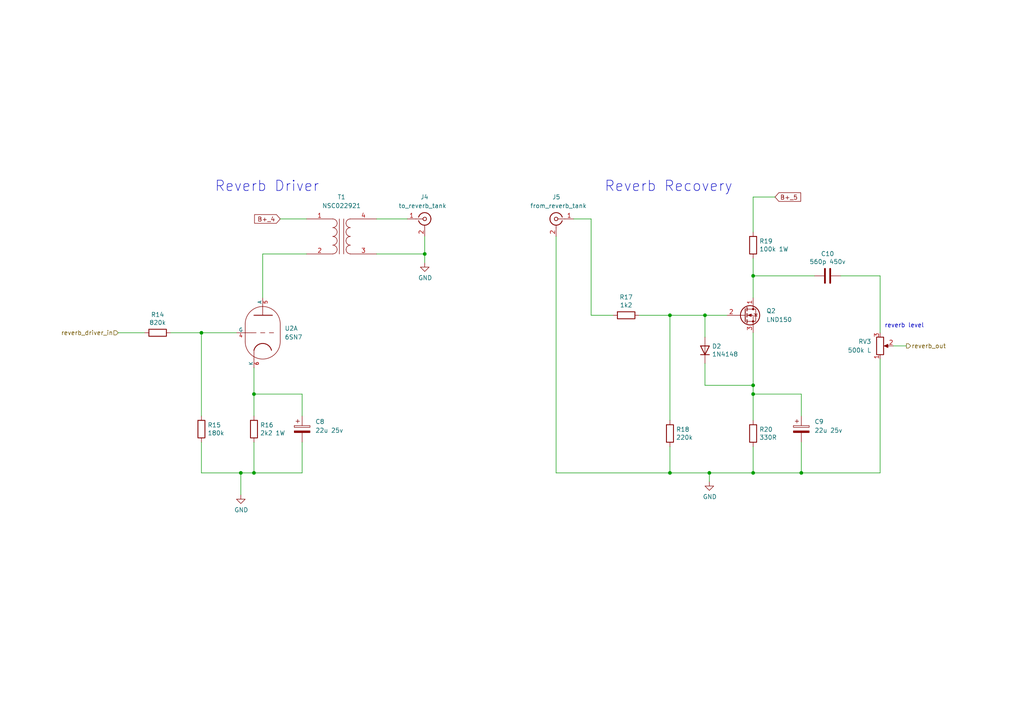
<source format=kicad_sch>
(kicad_sch (version 20211123) (generator eeschema)
  (paper "A4")
  (title_block (title "A200 12 watt class AB tube amp") (date "2021-12-26") (rev "0") (comment 1 "creativecommons.org/licenses/by/4.0/") (comment 2 "License: CC by 4.0") (comment 3 "Author: Jordan Aceto"))
  (lib_symbols
    (symbol "Connector:Conn_Coaxial" (pin_names (offset 1.016) hide)
      (property "Reference" "J" (at 0.254 3.048 0))
      (property "Value" "Conn_Coaxial" (at 2.921 0 90))
      (symbol "Conn_Coaxial_0_1"
        (arc (start -1.778 -0.508) (mid 0.222 -1.808) (end 1.778 0) (stroke (width 0.254)))
        (polyline (pts (xy -2.54 0) (xy -0.508 0)))
        (polyline (pts (xy 0 -2.54) (xy 0 -1.778)))
        (circle (center 0 0) (radius 0.508) (stroke (width 0.2032)))
        (arc (start 1.778 0) (mid 0.222 1.8083) (end -1.778 0.508) (stroke (width 0.254)))
      )
      (symbol "Conn_Coaxial_1_1"
        (pin passive line (at -5.08 0 0) (length 2.54) (name "In") (number "1"))
        (pin passive line (at 0 -5.08 90) (length 2.54) (name "Ext") (number "2"))
      )
    )
    (symbol "Device:C" (pin_numbers hide) (pin_names (offset 0.254))
      (property "Reference" "C" (at 0.635 2.54 0))
      (property "Value" "C" (at 0.635 -2.54 0))
      (symbol "C_0_1"
        (polyline (pts (xy -2.032 -0.762) (xy 2.032 -0.762)) (stroke (width 0.508)))
        (polyline (pts (xy -2.032 0.762) (xy 2.032 0.762)) (stroke (width 0.508)))
      )
      (symbol "C_1_1"
        (pin passive line (at 0 3.81 270) (length 2.794) (name "~") (number "1"))
        (pin passive line (at 0 -3.81 90) (length 2.794) (name "~") (number "2"))
      )
    )
    (symbol "Device:C_Polarized" (pin_numbers hide) (pin_names (offset 0.254))
      (property "Reference" "C" (at 0.635 2.54 0))
      (property "Value" "C_Polarized" (at 0.635 -2.54 0))
      (symbol "C_Polarized_0_1"
        (rectangle (start -2.286 0.508) (end 2.286 1.016))
        (polyline (pts (xy -1.778 2.286) (xy -0.762 2.286)))
        (polyline (pts (xy -1.27 2.794) (xy -1.27 1.778)))
        (rectangle (start 2.286 -0.508) (end -2.286 -1.016) (fill (type outline)))
      )
      (symbol "C_Polarized_1_1"
        (pin passive line (at 0 3.81 270) (length 2.794) (name "~") (number "1"))
        (pin passive line (at 0 -3.81 90) (length 2.794) (name "~") (number "2"))
      )
    )
    (symbol "Device:R" (pin_numbers hide) (pin_names (offset 0))
      (property "Reference" "R" (at 2.032 0 90))
      (property "Value" "R" (at 0 0 90))
      (symbol "R_0_1"
        (rectangle (start -1.016 -2.54) (end 1.016 2.54) (stroke (width 0.254)))
      )
      (symbol "R_1_1"
        (pin passive line (at 0 3.81 270) (length 1.27) (name "~") (number "1"))
        (pin passive line (at 0 -3.81 90) (length 1.27) (name "~") (number "2"))
      )
    )
    (symbol "Device:R_Potentiometer" (pin_names (offset 1.016) hide)
      (property "Reference" "RV" (at -4.445 0 90))
      (property "Value" "R_Potentiometer" (at -2.54 0 90))
      (symbol "R_Potentiometer_0_1"
        (polyline (pts (xy 2.54 0) (xy 1.524 0)))
        (polyline (pts (xy 1.143 0) (xy 2.286 0.508) (xy 2.286 -0.508) (xy 1.143 0)) (fill (type outline)))
        (rectangle (start 1.016 2.54) (end -1.016 -2.54) (stroke (width 0.254)))
      )
      (symbol "R_Potentiometer_1_1"
        (pin passive line (at 0 3.81 270) (length 1.27) (name "1") (number "1"))
        (pin passive line (at 3.81 0 180) (length 1.27) (name "2") (number "2"))
        (pin passive line (at 0 -3.81 90) (length 1.27) (name "3") (number "3"))
      )
    )
    (symbol "Device:Transformer_1P_1S" (pin_names (offset 1.016) hide)
      (property "Reference" "T" (at 0 6.35 0))
      (property "Value" "Transformer_1P_1S" (at 0 -7.62 0))
      (symbol "Transformer_1P_1S_0_1"
        (arc (start -2.54 -5.0546) (mid -1.6561 -4.6863) (end -1.27 -3.81))
        (arc (start -2.54 -2.5146) (mid -1.6561 -2.1463) (end -1.27 -1.27))
        (arc (start -2.54 0.0254) (mid -1.6561 0.3937) (end -1.27 1.27))
        (arc (start -2.54 2.5654) (mid -1.6561 2.9337) (end -1.27 3.81))
        (arc (start -1.27 -3.81) (mid -1.642 -2.912) (end -2.54 -2.54))
        (arc (start -1.27 -1.27) (mid -1.642 -0.372) (end -2.54 0))
        (arc (start -1.27 1.27) (mid -1.642 2.168) (end -2.54 2.54))
        (arc (start -1.27 3.81) (mid -1.642 4.708) (end -2.54 5.08))
        (polyline (pts (xy -0.635 5.08) (xy -0.635 -5.08)))
        (polyline (pts (xy 0.635 -5.08) (xy 0.635 5.08)))
        (arc (start 1.2954 -1.27) (mid 1.6599 -2.1501) (end 2.54 -2.5146))
        (arc (start 1.2954 1.27) (mid 1.6599 0.3899) (end 2.54 0.0254))
        (arc (start 1.2954 3.81) (mid 1.6599 2.9299) (end 2.54 2.5654))
        (arc (start 1.3208 -3.81) (mid 1.6853 -4.6901) (end 2.5654 -5.0546))
        (arc (start 2.54 0) (mid 1.6456 -0.3683) (end 1.2954 -1.27))
        (arc (start 2.54 2.54) (mid 1.6456 2.1717) (end 1.2954 1.27))
        (arc (start 2.54 5.08) (mid 1.6456 4.7117) (end 1.2954 3.81))
        (arc (start 2.5654 -2.54) (mid 1.671 -2.9083) (end 1.3208 -3.81))
      )
      (symbol "Transformer_1P_1S_1_1"
        (pin passive line (at -10.16 5.08 0) (length 7.62) (name "AA") (number "1"))
        (pin passive line (at -10.16 -5.08 0) (length 7.62) (name "AB") (number "2"))
        (pin passive line (at 10.16 -5.08 180) (length 7.62) (name "SA") (number "3"))
        (pin passive line (at 10.16 5.08 180) (length 7.62) (name "SB") (number "4"))
      )
    )
    (symbol "Diode:1N4148" (pin_numbers hide) (pin_names (offset 1.016) hide)
      (property "Reference" "D" (at 0 2.54 0))
      (property "Value" "1N4148" (at 0 -2.54 0))
      (symbol "1N4148_0_1"
        (polyline (pts (xy -1.27 1.27) (xy -1.27 -1.27)) (stroke (width 0.254)))
        (polyline (pts (xy 1.27 0) (xy -1.27 0)))
        (polyline (pts (xy 1.27 1.27) (xy 1.27 -1.27) (xy -1.27 0) (xy 1.27 1.27)) (stroke (width 0.254)))
      )
      (symbol "1N4148_1_1"
        (pin passive line (at -3.81 0 0) (length 2.54) (name "K") (number "1"))
        (pin passive line (at 3.81 0 180) (length 2.54) (name "A") (number "2"))
      )
    )
    (symbol "Transistor_FET:BSB008NE2LX" (pin_names hide)
      (property "Reference" "Q" (at 5.08 1.905 0))
      (property "Value" "BSB008NE2LX" (at 5.08 0 0))
      (symbol "BSB008NE2LX_0_1"
        (polyline (pts (xy 0.254 0) (xy -2.54 0)))
        (polyline (pts (xy 0.254 1.905) (xy 0.254 -1.905)) (stroke (width 0.254)))
        (polyline (pts (xy 0.762 -1.27) (xy 0.762 -2.286)) (stroke (width 0.254)))
        (polyline (pts (xy 0.762 0.508) (xy 0.762 -0.508)) (stroke (width 0.254)))
        (polyline (pts (xy 0.762 2.286) (xy 0.762 1.27)) (stroke (width 0.254)))
        (polyline (pts (xy 2.54 2.54) (xy 2.54 1.778)))
        (polyline (pts (xy 2.54 -2.54) (xy 2.54 0) (xy 0.762 0)))
        (polyline (pts (xy 0.762 -1.778) (xy 3.302 -1.778) (xy 3.302 1.778) (xy 0.762 1.778)))
        (polyline (pts (xy 1.016 0) (xy 2.032 0.381) (xy 2.032 -0.381) (xy 1.016 0)) (fill (type outline)))
        (polyline (pts (xy 2.794 0.508) (xy 2.921 0.381) (xy 3.683 0.381) (xy 3.81 0.254)))
        (polyline (pts (xy 3.302 0.381) (xy 2.921 -0.254) (xy 3.683 -0.254) (xy 3.302 0.381)))
        (circle (center 1.651 0) (radius 2.794) (stroke (width 0.254)))
        (circle (center 2.54 -1.778) (radius 0.254) (fill (type outline)))
        (circle (center 2.54 1.778) (radius 0.254) (fill (type outline)))
      )
      (symbol "BSB008NE2LX_1_1"
        (pin passive line (at 2.54 5.08 270) (length 2.54) (name "D") (number "1"))
        (pin input line (at -5.08 0 0) (length 2.54) (name "G") (number "2"))
        (pin passive line (at 2.54 -5.08 90) (length 2.54) (name "S") (number "3"))
      )
    )
    (symbol "custom_symbols:6SN7" (pin_names (offset 0))
      (property "Reference" "U" (at 3.302 7.874 0))
      (property "Value" "6SN7" (at 8.89 -7.62 0))
      (symbol "6SN7_0_1"
        (arc (start -5.08 -2.54) (mid 0 -7.62) (end 5.08 -2.54))
        (polyline (pts (xy 5.08 2.54) (xy 5.08 -2.54)))
        (polyline (pts (xy -5.08 2.54) (xy -5.08 -2.54) (xy -5.08 -2.54)))
        (arc (start 5.08 2.54) (mid 0 7.62) (end -5.08 2.54))
      )
      (symbol "6SN7_1_0"
        (polyline (pts (xy -2.54 -5.08) (xy -2.54 -7.62)))
        (polyline (pts (xy 0 5.08) (xy 0 7.62)))
      )
      (symbol "6SN7_1_1"
        (polyline (pts (xy -5.08 0) (xy -3.175 0)))
        (polyline (pts (xy -1.905 0) (xy -3.175 0)) (stroke (width 0.1524)))
        (polyline (pts (xy -0.635 0) (xy 0.635 0)) (stroke (width 0.1524)))
        (polyline (pts (xy 1.905 0) (xy 3.175 0)) (stroke (width 0.1524)))
        (polyline (pts (xy -2.54 5.08) (xy 2.794 5.08) (xy 2.794 5.08)) (stroke (width 0.254)))
        (arc (start 2.54 -5.08) (mid 0 -3.0968) (end -2.54 -5.08) (stroke (width 0.254)))
        (pin input line (at -7.62 0 0) (length 2.54) (name "G") (number "4"))
        (pin output line (at 0 10.16 270) (length 2.54) (name "A") (number "5"))
        (pin bidirectional line (at -2.54 -10.16 90) (length 2.54) (name "K") (number "6"))
      )
      (symbol "6SN7_2_0"
        (polyline (pts (xy -2.54 -5.08) (xy -2.54 -7.62)))
        (polyline (pts (xy 0 5.08) (xy 0 7.62)))
      )
      (symbol "6SN7_2_1"
        (polyline (pts (xy -5.08 0) (xy -3.175 0)))
        (polyline (pts (xy -1.905 0) (xy -3.175 0)) (stroke (width 0.1524)))
        (polyline (pts (xy -0.635 0) (xy 0.635 0)) (stroke (width 0.1524)))
        (polyline (pts (xy 1.905 0) (xy 3.175 0)) (stroke (width 0.1524)))
        (polyline (pts (xy -2.54 5.08) (xy 2.794 5.08) (xy 2.794 5.08)) (stroke (width 0.254)))
        (arc (start 2.54 -5.08) (mid 0 -3.0968) (end -2.54 -5.08) (stroke (width 0.254)))
        (pin input line (at -7.62 0 0) (length 2.54) (name "G") (number "1"))
        (pin output line (at 0 10.16 270) (length 2.54) (name "A") (number "2"))
        (pin bidirectional line (at -2.54 -10.16 90) (length 2.54) (name "K") (number "3"))
      )
      (symbol "6SN7_3_1"
        (arc (start 1.27 -6.35) (mid 0 -5.5651) (end -1.27 -6.35))
        (pin passive line (at -1.27 -11.43 90) (length 5.08) (name "F1") (number "7"))
        (pin passive line (at 1.27 -11.43 90) (length 5.08) (name "F2") (number "8"))
      )
    )
    (symbol "power:GND" (power) (pin_names (offset 0))
      (property "Value" "GND" (at 0 -3.81 0))
      (symbol "GND_0_1"
        (polyline (pts (xy 0 0) (xy 0 -1.27) (xy 1.27 -1.27) (xy 0 -2.54) (xy -1.27 -1.27) (xy 0 -1.27)))
      )
      (symbol "GND_1_1"
        (pin power_in line (at 0 0 270) (length 0) hide (name "GND") (number "1"))
      )
    )
  )
  (junction (at 73.66 137.16))
  (junction (at 123.19 73.66))
  (junction (at 58.42 96.52))
  (junction (at 232.41 137.16))
  (junction (at 194.31 137.16))
  (junction (at 73.66 114.3))
  (junction (at 69.85 137.16))
  (junction (at 194.31 91.44))
  (junction (at 218.44 80.01))
  (junction (at 204.47 91.44))
  (junction (at 205.74 137.16))
  (junction (at 218.44 137.16))
  (junction (at 218.44 111.76))
  (junction (at 218.44 114.3))
  (wire (pts (xy 73.66 137.16) (xy 87.63 137.16)))
  (wire (pts (xy 185.42 91.44) (xy 194.31 91.44)))
  (wire (pts (xy 118.11 63.5) (xy 109.22 63.5)))
  (wire (pts (xy 87.63 120.65) (xy 87.63 114.3)))
  (wire (pts (xy 232.41 120.65) (xy 232.41 114.3)))
  (wire (pts (xy 49.53 96.52) (xy 58.42 96.52)))
  (wire (pts (xy 123.19 73.66) (xy 123.19 68.58)))
  (wire (pts (xy 204.47 97.79) (xy 204.47 91.44)))
  (wire (pts (xy 34.29 96.52) (xy 41.91 96.52)))
  (wire (pts (xy 205.74 137.16) (xy 205.74 139.7)))
  (wire (pts (xy 171.45 91.44) (xy 177.8 91.44)))
  (wire (pts (xy 161.29 137.16) (xy 194.31 137.16)))
  (wire (pts (xy 259.08 100.33) (xy 262.89 100.33)))
  (wire (pts (xy 218.44 57.15) (xy 218.44 67.31)))
  (wire (pts (xy 58.42 120.65) (xy 58.42 96.52)))
  (wire (pts (xy 171.45 63.5) (xy 171.45 91.44)))
  (wire (pts (xy 194.31 129.54) (xy 194.31 137.16)))
  (wire (pts (xy 58.42 128.27) (xy 58.42 137.16)))
  (wire (pts (xy 76.2 73.66) (xy 88.9 73.66)))
  (wire (pts (xy 69.85 143.51) (xy 69.85 137.16)))
  (wire (pts (xy 232.41 137.16) (xy 232.41 128.27)))
  (wire (pts (xy 255.27 137.16) (xy 232.41 137.16)))
  (wire (pts (xy 218.44 111.76) (xy 218.44 96.52)))
  (wire (pts (xy 58.42 96.52) (xy 68.58 96.52)))
  (wire (pts (xy 73.66 128.27) (xy 73.66 137.16)))
  (wire (pts (xy 194.31 137.16) (xy 205.74 137.16)))
  (wire (pts (xy 166.37 63.5) (xy 171.45 63.5)))
  (wire (pts (xy 218.44 114.3) (xy 218.44 111.76)))
  (wire (pts (xy 69.85 137.16) (xy 73.66 137.16)))
  (wire (pts (xy 204.47 111.76) (xy 218.44 111.76)))
  (wire (pts (xy 218.44 74.93) (xy 218.44 80.01)))
  (wire (pts (xy 255.27 96.52) (xy 255.27 80.01)))
  (wire (pts (xy 58.42 137.16) (xy 69.85 137.16)))
  (wire (pts (xy 224.79 57.15) (xy 218.44 57.15)))
  (wire (pts (xy 123.19 73.66) (xy 123.19 76.2)))
  (wire (pts (xy 194.31 121.92) (xy 194.31 91.44)))
  (wire (pts (xy 236.22 80.01) (xy 218.44 80.01)))
  (wire (pts (xy 73.66 106.68) (xy 73.66 114.3)))
  (wire (pts (xy 81.28 63.5) (xy 88.9 63.5)))
  (wire (pts (xy 161.29 68.58) (xy 161.29 137.16)))
  (wire (pts (xy 218.44 80.01) (xy 218.44 86.36)))
  (wire (pts (xy 204.47 91.44) (xy 210.82 91.44)))
  (wire (pts (xy 109.22 73.66) (xy 123.19 73.66)))
  (wire (pts (xy 87.63 114.3) (xy 73.66 114.3)))
  (wire (pts (xy 76.2 86.36) (xy 76.2 73.66)))
  (wire (pts (xy 218.44 121.92) (xy 218.44 114.3)))
  (wire (pts (xy 87.63 137.16) (xy 87.63 128.27)))
  (wire (pts (xy 218.44 129.54) (xy 218.44 137.16)))
  (wire (pts (xy 218.44 137.16) (xy 232.41 137.16)))
  (wire (pts (xy 255.27 80.01) (xy 243.84 80.01)))
  (wire (pts (xy 194.31 91.44) (xy 204.47 91.44)))
  (wire (pts (xy 73.66 114.3) (xy 73.66 120.65)))
  (wire (pts (xy 255.27 104.14) (xy 255.27 137.16)))
  (wire (pts (xy 205.74 137.16) (xy 218.44 137.16)))
  (wire (pts (xy 204.47 105.41) (xy 204.47 111.76)))
  (wire (pts (xy 232.41 114.3) (xy 218.44 114.3)))
  (text "Reverb Recovery" (at 175.26 55.88 0) (effects (font (size 2.9972 2.9972)) (justify left bottom)))
  (text "reverb level" (at 256.54 95.25 0) (effects (font (size 1.27 1.27)) (justify left bottom)))
  (text "Reverb Driver" (at 62.23 55.88 0) (effects (font (size 2.9972 2.9972)) (justify left bottom)))
  (global_label "B+_5" (shape input) (at 224.79 57.15 0) (property "Intersheet References" "${INTERSHEET_REFS}" (effects hide)))
  (global_label "B+_4" (shape input) (at 81.28 63.5 180) (property "Intersheet References" "${INTERSHEET_REFS}" (effects hide)))
  (hierarchical_label "reverb_driver_in" (shape input) (at 34.29 96.52 180))
  (hierarchical_label "reverb_out" (shape output) (at 262.89 100.33 0))
  (symbol (lib_id "power:GND") (at 123.19 76.2 0) (unit 1)
    (property "Reference" "#PWR08" (effects hide))
    (property "Value" "GND" (at 123.317 80.5942 0))
  )
  (symbol (lib_id "Device:Transformer_1P_1S") (at 99.06 68.58 0) (unit 1)
    (property "Reference" "T1" (at 99.06 57.15 0))
    (property "Value" "NSC022921" (at 99.06 59.69 0))
  )
  (symbol (lib_id "Device:R") (at 73.66 124.46 0) (unit 1)
    (property "Reference" "R16" (at 75.438 123.2916 0) (effects (justify left)))
    (property "Value" "2k2 1W" (at 75.438 125.603 0) (effects (justify left)))
  )
  (symbol (lib_id "Device:R") (at 58.42 124.46 0) (unit 1)
    (property "Reference" "R15" (at 60.198 123.2916 0) (effects (justify left)))
    (property "Value" "180k" (at 60.198 125.603 0) (effects (justify left)))
  )
  (symbol (lib_id "power:GND") (at 69.85 143.51 0) (unit 1)
    (property "Reference" "#PWR07" (effects hide))
    (property "Value" "GND" (at 69.977 147.9042 0))
  )
  (symbol (lib_id "Device:R") (at 45.72 96.52 270) (unit 1)
    (property "Reference" "R14" (at 45.72 91.2622 90))
    (property "Value" "820k" (at 45.72 93.5736 90))
  )
  (symbol (lib_id "Device:R") (at 218.44 71.12 0) (unit 1)
    (property "Reference" "R19" (at 220.218 69.9516 0) (effects (justify left)))
    (property "Value" "100k 1W" (at 220.218 72.263 0) (effects (justify left)))
  )
  (symbol (lib_id "Device:R") (at 218.44 125.73 0) (unit 1)
    (property "Reference" "R20" (at 220.218 124.5616 0) (effects (justify left)))
    (property "Value" "330R" (at 220.218 126.873 0) (effects (justify left)))
  )
  (symbol (lib_id "Device:R") (at 181.61 91.44 270) (unit 1)
    (property "Reference" "R17" (at 181.61 86.1822 90))
    (property "Value" "1k2" (at 181.61 88.4936 90))
  )
  (symbol (lib_id "Diode:1N4148") (at 204.47 101.6 90) (unit 1)
    (property "Reference" "D2" (at 206.502 100.4316 90) (effects (justify right)))
    (property "Value" "1N4148" (at 206.502 102.743 90) (effects (justify right)))
    (property "Footprint" "Diode_THT:D_DO-35_SOD27_P7.62mm_Horizontal" (effects hide))
    (property "Datasheet" "https://assets.nexperia.com/documents/data-sheet/1N4148_1N4448.pdf" (effects hide))
  )
  (symbol (lib_id "power:GND") (at 205.74 139.7 0) (unit 1)
    (property "Reference" "#PWR09" (effects hide))
    (property "Value" "GND" (at 205.867 144.0942 0))
  )
  (symbol (lib_id "Device:R") (at 194.31 125.73 0) (unit 1)
    (property "Reference" "R18" (at 196.088 124.5616 0) (effects (justify left)))
    (property "Value" "220k" (at 196.088 126.873 0) (effects (justify left)))
  )
  (symbol (lib_id "Device:C") (at 240.03 80.01 270) (unit 1)
    (property "Reference" "C10" (at 240.03 73.6092 90))
    (property "Value" "560p 450v" (at 240.03 75.9206 90))
  )
  (symbol (lib_id "Connector:Conn_Coaxial") (at 123.19 63.5 0) (unit 1)
    (property "Reference" "J4" (at 121.92 57.15 0) (effects (justify left)))
    (property "Value" "to_reverb_tank" (at 115.57 59.69 0) (effects (justify left)))
    (property "Datasheet" " ~" (effects hide))
  )
  (symbol (lib_id "Connector:Conn_Coaxial") (at 161.29 63.5 0) (mirror y) (unit 1)
    (property "Reference" "J5" (at 162.56 57.15 0) (effects (justify left)))
    (property "Value" "from_reverb_tank" (at 170.18 59.69 0) (effects (justify left)))
    (property "Datasheet" " ~" (effects hide))
  )
  (symbol (lib_id "Device:C_Polarized") (at 232.41 124.46 0) (unit 1)
    (property "Reference" "C9" (at 236.22 122.3009 0) (effects (justify left)))
    (property "Value" "22u 25v" (at 236.22 124.8409 0) (effects (justify left)))
  )
  (symbol (lib_id "Device:C_Polarized") (at 87.63 124.46 0) (unit 1)
    (property "Reference" "C8" (at 91.44 122.3009 0) (effects (justify left)))
    (property "Value" "22u 25v" (at 91.44 124.8409 0) (effects (justify left)))
  )
  (symbol (lib_id "custom_symbols:6SN7") (at 76.2 96.52 0) (unit 1)
    (property "Reference" "U2" (at 82.55 95.2499 0) (effects (justify left)))
    (property "Value" "6SN7" (at 82.55 97.7899 0) (effects (justify left)))
    (property "Footprint" "octal" (effects hide))
  )
  (symbol (lib_id "Transistor_FET:BSB008NE2LX") (at 215.9 91.44 0) (unit 1)
    (property "Reference" "Q2" (at 222.25 90.1699 0) (effects (justify left)))
    (property "Value" "LND150" (at 222.25 92.7099 0) (effects (justify left)))
    (property "Footprint" "Package_TO_SOT_THT:TO-92" (effects hide))
  )
  (symbol (lib_id "Device:R_Potentiometer") (at 255.27 100.33 0) (mirror x) (unit 1)
    (property "Reference" "RV3" (at 252.73 99.0599 0) (effects (justify right)))
    (property "Value" "500k L" (at 252.73 101.5999 0) (effects (justify right)))
  )
)
</source>
